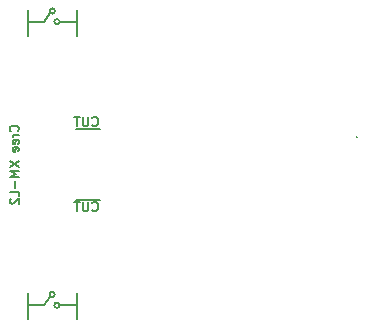
<source format=gbr>
%TF.GenerationSoftware,KiCad,Pcbnew,(5.99.0-2309-gaf729d578)*%
%TF.CreationDate,2020-08-02T15:34:59-04:00*%
%TF.ProjectId,flex,666c6578-2e6b-4696-9361-645f70636258,rev?*%
%TF.SameCoordinates,Original*%
%TF.FileFunction,Legend,Bot*%
%TF.FilePolarity,Positive*%
%FSLAX46Y46*%
G04 Gerber Fmt 4.6, Leading zero omitted, Abs format (unit mm)*
G04 Created by KiCad (PCBNEW (5.99.0-2309-gaf729d578)) date 2020-08-02 15:34:59*
%MOMM*%
%LPD*%
G01*
G04 APERTURE LIST*
%ADD10C,0.150000*%
%ADD11C,0.187500*%
%ADD12C,0.050000*%
G04 APERTURE END LIST*
D10*
X-7623809Y-23885714D02*
X-7585714Y-23923809D01*
X-7471428Y-23961904D01*
X-7395238Y-23961904D01*
X-7280952Y-23923809D01*
X-7204761Y-23847619D01*
X-7166666Y-23771428D01*
X-7128571Y-23619047D01*
X-7128571Y-23504761D01*
X-7166666Y-23352380D01*
X-7204761Y-23276190D01*
X-7280952Y-23200000D01*
X-7395238Y-23161904D01*
X-7471428Y-23161904D01*
X-7585714Y-23200000D01*
X-7623809Y-23238095D01*
X-7966666Y-23161904D02*
X-7966666Y-23809523D01*
X-8004761Y-23885714D01*
X-8042857Y-23923809D01*
X-8119047Y-23961904D01*
X-8271428Y-23961904D01*
X-8347619Y-23923809D01*
X-8385714Y-23885714D01*
X-8423809Y-23809523D01*
X-8423809Y-23161904D01*
X-8690476Y-23161904D02*
X-9147619Y-23161904D01*
X-8919047Y-23961904D02*
X-8919047Y-23161904D01*
X-7623809Y-16685714D02*
X-7585714Y-16723809D01*
X-7471428Y-16761904D01*
X-7395238Y-16761904D01*
X-7280952Y-16723809D01*
X-7204761Y-16647619D01*
X-7166666Y-16571428D01*
X-7128571Y-16419047D01*
X-7128571Y-16304761D01*
X-7166666Y-16152380D01*
X-7204761Y-16076190D01*
X-7280952Y-16000000D01*
X-7395238Y-15961904D01*
X-7471428Y-15961904D01*
X-7585714Y-16000000D01*
X-7623809Y-16038095D01*
X-7966666Y-15961904D02*
X-7966666Y-16609523D01*
X-8004761Y-16685714D01*
X-8042857Y-16723809D01*
X-8119047Y-16761904D01*
X-8271428Y-16761904D01*
X-8347619Y-16723809D01*
X-8385714Y-16685714D01*
X-8423809Y-16609523D01*
X-8423809Y-15961904D01*
X-8690476Y-15961904D02*
X-9147619Y-15961904D01*
X-8919047Y-16761904D02*
X-8919047Y-15961904D01*
X-13100000Y-7900000D02*
X-11700000Y-7900000D01*
X-8900000Y-7900000D02*
X-10400000Y-7900000D01*
X-11700000Y-7900000D02*
X-11200000Y-7200000D01*
X-10399999Y-7900000D02*
G75*
G03*
X-10399999Y-7900000I-223607J0D01*
G01*
X-13100000Y-6900000D02*
X-13100000Y-9100000D01*
X-10799999Y-7000000D02*
G75*
G03*
X-10799999Y-7000000I-223607J0D01*
G01*
X-8900000Y-6900000D02*
X-8900000Y-9100000D01*
X-11700000Y-31900000D02*
X-11200000Y-31200000D01*
X-10399999Y-31900000D02*
G75*
G03*
X-10399999Y-31900000I-223607J0D01*
G01*
X-10799999Y-31000000D02*
G75*
G03*
X-10799999Y-31000000I-223607J0D01*
G01*
X-8900000Y-31900000D02*
X-10400000Y-31900000D01*
X-13100000Y-31900000D02*
X-11700000Y-31900000D01*
X-13100000Y-30900000D02*
X-13100000Y-33100000D01*
X-8900000Y-30900000D02*
X-8900000Y-33100000D01*
D11*
X-13932142Y-17160714D02*
X-13896428Y-17125000D01*
X-13860714Y-17017857D01*
X-13860714Y-16946428D01*
X-13896428Y-16839285D01*
X-13967857Y-16767857D01*
X-14039285Y-16732142D01*
X-14182142Y-16696428D01*
X-14289285Y-16696428D01*
X-14432142Y-16732142D01*
X-14503571Y-16767857D01*
X-14575000Y-16839285D01*
X-14610714Y-16946428D01*
X-14610714Y-17017857D01*
X-14575000Y-17125000D01*
X-14539285Y-17160714D01*
X-13860714Y-17482142D02*
X-14360714Y-17482142D01*
X-14217857Y-17482142D02*
X-14289285Y-17517857D01*
X-14325000Y-17553571D01*
X-14360714Y-17625000D01*
X-14360714Y-17696428D01*
X-13896428Y-18232142D02*
X-13860714Y-18160714D01*
X-13860714Y-18017857D01*
X-13896428Y-17946428D01*
X-13967857Y-17910714D01*
X-14253571Y-17910714D01*
X-14325000Y-17946428D01*
X-14360714Y-18017857D01*
X-14360714Y-18160714D01*
X-14325000Y-18232142D01*
X-14253571Y-18267857D01*
X-14182142Y-18267857D01*
X-14110714Y-17910714D01*
X-13896428Y-18875000D02*
X-13860714Y-18803571D01*
X-13860714Y-18660714D01*
X-13896428Y-18589285D01*
X-13967857Y-18553571D01*
X-14253571Y-18553571D01*
X-14325000Y-18589285D01*
X-14360714Y-18660714D01*
X-14360714Y-18803571D01*
X-14325000Y-18875000D01*
X-14253571Y-18910714D01*
X-14182142Y-18910714D01*
X-14110714Y-18553571D01*
X-14610714Y-19732142D02*
X-13860714Y-20232142D01*
X-14610714Y-20232142D02*
X-13860714Y-19732142D01*
X-13860714Y-20517857D02*
X-14610714Y-20517857D01*
X-14075000Y-20767857D01*
X-14610714Y-21017857D01*
X-13860714Y-21017857D01*
X-14146428Y-21375000D02*
X-14146428Y-21946428D01*
X-13860714Y-22660714D02*
X-13860714Y-22303571D01*
X-14610714Y-22303571D01*
X-14539285Y-22875000D02*
X-14575000Y-22910714D01*
X-14610714Y-22982142D01*
X-14610714Y-23160714D01*
X-14575000Y-23232142D01*
X-14539285Y-23267857D01*
X-14467857Y-23303571D01*
X-14396428Y-23303571D01*
X-14289285Y-23267857D01*
X-13860714Y-22839285D01*
X-13860714Y-23303571D01*
D10*
X-7000000Y-17000000D02*
X-9000000Y-17000000D01*
X-7000000Y-23000000D02*
X-9000000Y-23000000D01*
D12*
%TO.C,P1*%
X14840000Y-17700000D02*
G75*
G03*
X14840000Y-17700000I-70000J0D01*
G01*
%TD*%
M02*

</source>
